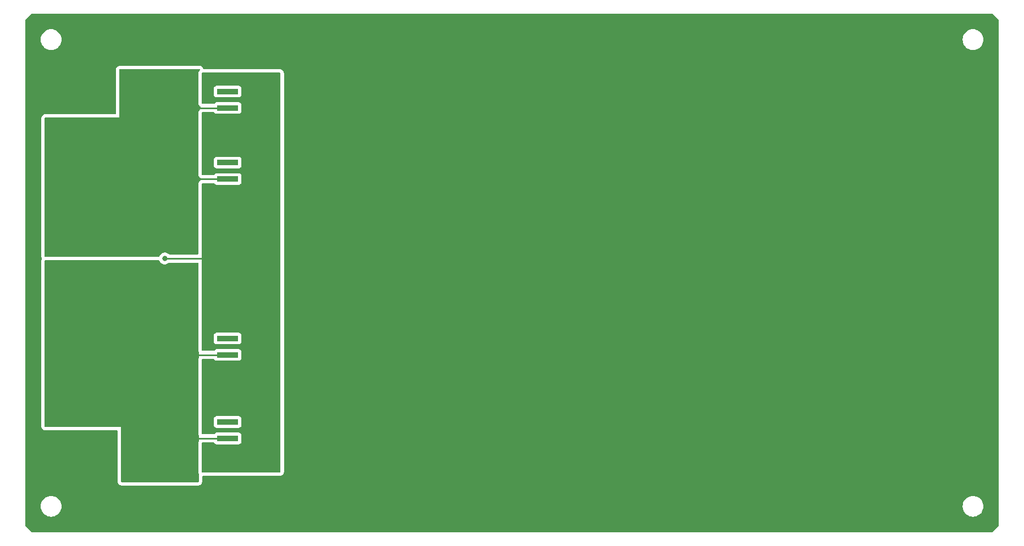
<source format=gbl>
G04 #@! TF.GenerationSoftware,KiCad,Pcbnew,7.0.1*
G04 #@! TF.CreationDate,2023-04-06T11:57:38-07:00*
G04 #@! TF.ProjectId,rps01,72707330-312e-46b6-9963-61645f706362,0*
G04 #@! TF.SameCoordinates,Original*
G04 #@! TF.FileFunction,Copper,L2,Bot*
G04 #@! TF.FilePolarity,Positive*
%FSLAX46Y46*%
G04 Gerber Fmt 4.6, Leading zero omitted, Abs format (unit mm)*
G04 Created by KiCad (PCBNEW 7.0.1) date 2023-04-06 11:57:38*
%MOMM*%
%LPD*%
G01*
G04 APERTURE LIST*
G04 Aperture macros list*
%AMRoundRect*
0 Rectangle with rounded corners*
0 $1 Rounding radius*
0 $2 $3 $4 $5 $6 $7 $8 $9 X,Y pos of 4 corners*
0 Add a 4 corners polygon primitive as box body*
4,1,4,$2,$3,$4,$5,$6,$7,$8,$9,$2,$3,0*
0 Add four circle primitives for the rounded corners*
1,1,$1+$1,$2,$3*
1,1,$1+$1,$4,$5*
1,1,$1+$1,$6,$7*
1,1,$1+$1,$8,$9*
0 Add four rect primitives between the rounded corners*
20,1,$1+$1,$2,$3,$4,$5,0*
20,1,$1+$1,$4,$5,$6,$7,0*
20,1,$1+$1,$6,$7,$8,$9,0*
20,1,$1+$1,$8,$9,$2,$3,0*%
G04 Aperture macros list end*
G04 #@! TA.AperFunction,ComponentPad*
%ADD10RoundRect,1.900000X1.900000X-1.900000X1.900000X1.900000X-1.900000X1.900000X-1.900000X-1.900000X0*%
G04 #@! TD*
G04 #@! TA.AperFunction,ComponentPad*
%ADD11C,7.600000*%
G04 #@! TD*
G04 #@! TA.AperFunction,ComponentPad*
%ADD12RoundRect,1.900000X-1.900000X1.900000X-1.900000X-1.900000X1.900000X-1.900000X1.900000X1.900000X0*%
G04 #@! TD*
G04 #@! TA.AperFunction,ComponentPad*
%ADD13RoundRect,1.900000X-1.900000X-1.900000X1.900000X-1.900000X1.900000X1.900000X-1.900000X1.900000X0*%
G04 #@! TD*
G04 #@! TA.AperFunction,SMDPad,CuDef*
%ADD14R,3.251200X0.812800*%
G04 #@! TD*
G04 #@! TA.AperFunction,SMDPad,CuDef*
%ADD15R,8.305800X7.874000*%
G04 #@! TD*
G04 #@! TA.AperFunction,ViaPad*
%ADD16C,0.800000*%
G04 #@! TD*
G04 #@! TA.AperFunction,Conductor*
%ADD17C,0.250000*%
G04 #@! TD*
G04 APERTURE END LIST*
D10*
X22750000Y-88000000D03*
D11*
X22750000Y-77000000D03*
D12*
X22750000Y-28500000D03*
D11*
X22750000Y-39500000D03*
D13*
X47840000Y-55880000D03*
D11*
X58840000Y-55880000D03*
D14*
X45172200Y-41460000D03*
X45172200Y-44000000D03*
X45172200Y-46540000D03*
D15*
X35050300Y-44000000D03*
D14*
X45172200Y-30480000D03*
X45172200Y-33020000D03*
X45172200Y-35560000D03*
D15*
X35050300Y-33020000D03*
D14*
X45172200Y-68580000D03*
X45172200Y-71120000D03*
X45172200Y-73660000D03*
D15*
X35050300Y-71120000D03*
D14*
X45172200Y-81460000D03*
X45172200Y-84000000D03*
X45172200Y-86540000D03*
D15*
X35050300Y-84000000D03*
D16*
X15500000Y-56250000D03*
X35500000Y-56250000D03*
X32750000Y-30750000D03*
X33000000Y-46000000D03*
X37750000Y-35750000D03*
X32500000Y-35250000D03*
X37750000Y-30750000D03*
X35250000Y-33000000D03*
X35000000Y-44000000D03*
X33000000Y-42250000D03*
X37250000Y-46000000D03*
X37250000Y-42250000D03*
X35250000Y-60250000D03*
X35000000Y-71250000D03*
X32250000Y-81000000D03*
X32250000Y-68500000D03*
X37750000Y-68500000D03*
X32000000Y-86500000D03*
X37750000Y-73750000D03*
X32000000Y-73750000D03*
X37500000Y-86500000D03*
X38250000Y-80750000D03*
X35000000Y-84000000D03*
X45172200Y-81460000D03*
X45172200Y-68580000D03*
X45172200Y-41460000D03*
X45172200Y-30480000D03*
D17*
X47470000Y-56250000D02*
X47840000Y-55880000D01*
X35500000Y-56250000D02*
X47470000Y-56250000D01*
X45172200Y-44000000D02*
X35050300Y-44000000D01*
X45681900Y-33020000D02*
X35560000Y-33020000D01*
X45172200Y-84000000D02*
X35050300Y-84000000D01*
X45681900Y-71120000D02*
X35560000Y-71120000D01*
G04 #@! TA.AperFunction,Conductor*
G36*
X34590707Y-56524220D02*
G01*
X34632422Y-56554528D01*
X34658203Y-56599182D01*
X34665472Y-56621556D01*
X34760957Y-56786941D01*
X34760960Y-56786944D01*
X34888747Y-56928866D01*
X34911642Y-56945500D01*
X35043248Y-57041118D01*
X35217714Y-57118795D01*
X35404511Y-57158500D01*
X35404513Y-57158500D01*
X35595487Y-57158500D01*
X35595489Y-57158500D01*
X35782285Y-57118795D01*
X35782286Y-57118794D01*
X35782288Y-57118794D01*
X35956752Y-57041118D01*
X36111253Y-56928866D01*
X36115158Y-56924528D01*
X36156873Y-56894221D01*
X36207309Y-56883500D01*
X40542500Y-56883500D01*
X40604500Y-56900113D01*
X40649887Y-56945500D01*
X40666500Y-57007500D01*
X40666500Y-68178600D01*
X40666500Y-70362500D01*
X40683997Y-70495405D01*
X40700610Y-70557405D01*
X40740561Y-70653854D01*
X40750000Y-70701307D01*
X40750000Y-71538693D01*
X40740561Y-71586146D01*
X40700611Y-71682593D01*
X40683996Y-71744598D01*
X40666500Y-71877499D01*
X40666500Y-71877500D01*
X40666500Y-81058600D01*
X40666500Y-83242500D01*
X40683997Y-83375405D01*
X40700610Y-83437405D01*
X40740561Y-83533854D01*
X40750000Y-83581307D01*
X40750000Y-84418693D01*
X40740561Y-84466146D01*
X40700611Y-84562593D01*
X40683996Y-84624598D01*
X40667339Y-84751124D01*
X40666500Y-84757500D01*
X40666500Y-89146000D01*
X40683997Y-89278905D01*
X40700610Y-89340905D01*
X40740561Y-89437354D01*
X40750000Y-89484807D01*
X40750000Y-90626000D01*
X40733387Y-90688000D01*
X40688000Y-90733387D01*
X40626000Y-90750000D01*
X28874000Y-90750000D01*
X28812000Y-90733387D01*
X28766613Y-90688000D01*
X28750000Y-90626000D01*
X28750000Y-82250000D01*
X17124000Y-82250000D01*
X17062000Y-82233387D01*
X17016613Y-82188000D01*
X17000000Y-82126000D01*
X17000000Y-56637500D01*
X17016613Y-56575500D01*
X17062000Y-56530113D01*
X17124000Y-56513500D01*
X34540272Y-56513500D01*
X34590707Y-56524220D01*
G37*
G04 #@! TD.AperFunction*
G04 #@! TA.AperFunction,Conductor*
G36*
X53278000Y-27586613D02*
G01*
X53323387Y-27632000D01*
X53340000Y-27694000D01*
X53340000Y-89146000D01*
X53323387Y-89208000D01*
X53278000Y-89253387D01*
X53216000Y-89270000D01*
X41304000Y-89270000D01*
X41242000Y-89253387D01*
X41196613Y-89208000D01*
X41180000Y-89146000D01*
X41180000Y-84757500D01*
X41196613Y-84695500D01*
X41242000Y-84650113D01*
X41304000Y-84633500D01*
X43019340Y-84633500D01*
X43074845Y-84646616D01*
X43118607Y-84683190D01*
X43183338Y-84769661D01*
X43300396Y-84857289D01*
X43437394Y-84908388D01*
X43437397Y-84908388D01*
X43437399Y-84908389D01*
X43497962Y-84914900D01*
X46846434Y-84914900D01*
X46846438Y-84914900D01*
X46907001Y-84908389D01*
X46907003Y-84908388D01*
X46907005Y-84908388D01*
X46984924Y-84879324D01*
X47044004Y-84857289D01*
X47161061Y-84769661D01*
X47248689Y-84652604D01*
X47299789Y-84515601D01*
X47306300Y-84455038D01*
X47306300Y-83544962D01*
X47299789Y-83484399D01*
X47299788Y-83484397D01*
X47299788Y-83484394D01*
X47248689Y-83347396D01*
X47161061Y-83230338D01*
X47044003Y-83142710D01*
X46907005Y-83091611D01*
X46876719Y-83088355D01*
X46846438Y-83085100D01*
X43497962Y-83085100D01*
X43471045Y-83087993D01*
X43437394Y-83091611D01*
X43300396Y-83142710D01*
X43183338Y-83230338D01*
X43118607Y-83316810D01*
X43074845Y-83353384D01*
X43019340Y-83366500D01*
X41304000Y-83366500D01*
X41242000Y-83349887D01*
X41196613Y-83304500D01*
X41180000Y-83242500D01*
X41180000Y-81915034D01*
X43038100Y-81915034D01*
X43044611Y-81975605D01*
X43095710Y-82112603D01*
X43183338Y-82229661D01*
X43300396Y-82317289D01*
X43437394Y-82368388D01*
X43437397Y-82368388D01*
X43437399Y-82368389D01*
X43497962Y-82374900D01*
X46846434Y-82374900D01*
X46846438Y-82374900D01*
X46907001Y-82368389D01*
X46907003Y-82368388D01*
X46907005Y-82368388D01*
X46984924Y-82339324D01*
X47044004Y-82317289D01*
X47161061Y-82229661D01*
X47248689Y-82112604D01*
X47299789Y-81975601D01*
X47306300Y-81915038D01*
X47306300Y-81004962D01*
X47299789Y-80944399D01*
X47299788Y-80944397D01*
X47299788Y-80944394D01*
X47248689Y-80807396D01*
X47161061Y-80690338D01*
X47044003Y-80602710D01*
X46907005Y-80551611D01*
X46876719Y-80548355D01*
X46846438Y-80545100D01*
X43497962Y-80545100D01*
X43471045Y-80547993D01*
X43437394Y-80551611D01*
X43300396Y-80602710D01*
X43183338Y-80690338D01*
X43095710Y-80807396D01*
X43044611Y-80944394D01*
X43038100Y-81004966D01*
X43038100Y-81915034D01*
X41180000Y-81915034D01*
X41180000Y-71877500D01*
X41196613Y-71815500D01*
X41242000Y-71770113D01*
X41304000Y-71753500D01*
X43019340Y-71753500D01*
X43074845Y-71766616D01*
X43118607Y-71803190D01*
X43183338Y-71889661D01*
X43300396Y-71977289D01*
X43437394Y-72028388D01*
X43437397Y-72028388D01*
X43437399Y-72028389D01*
X43497962Y-72034900D01*
X46846434Y-72034900D01*
X46846438Y-72034900D01*
X46907001Y-72028389D01*
X46907003Y-72028388D01*
X46907005Y-72028388D01*
X46984924Y-71999324D01*
X47044004Y-71977289D01*
X47161061Y-71889661D01*
X47248689Y-71772604D01*
X47299789Y-71635601D01*
X47306300Y-71575038D01*
X47306300Y-70664962D01*
X47299789Y-70604399D01*
X47299788Y-70604397D01*
X47299788Y-70604394D01*
X47248689Y-70467396D01*
X47161061Y-70350338D01*
X47044003Y-70262710D01*
X46907005Y-70211611D01*
X46876719Y-70208355D01*
X46846438Y-70205100D01*
X43497962Y-70205100D01*
X43471045Y-70207993D01*
X43437394Y-70211611D01*
X43300396Y-70262710D01*
X43183338Y-70350338D01*
X43118607Y-70436810D01*
X43074845Y-70473384D01*
X43019340Y-70486500D01*
X41304000Y-70486500D01*
X41242000Y-70469887D01*
X41196613Y-70424500D01*
X41180000Y-70362500D01*
X41180000Y-69035034D01*
X43038100Y-69035034D01*
X43044611Y-69095605D01*
X43095710Y-69232603D01*
X43183338Y-69349661D01*
X43300396Y-69437289D01*
X43437394Y-69488388D01*
X43437397Y-69488388D01*
X43437399Y-69488389D01*
X43497962Y-69494900D01*
X46846434Y-69494900D01*
X46846438Y-69494900D01*
X46907001Y-69488389D01*
X46907003Y-69488388D01*
X46907005Y-69488388D01*
X46984924Y-69459324D01*
X47044004Y-69437289D01*
X47161061Y-69349661D01*
X47248689Y-69232604D01*
X47299789Y-69095601D01*
X47306300Y-69035038D01*
X47306300Y-68124962D01*
X47299789Y-68064399D01*
X47299788Y-68064397D01*
X47299788Y-68064394D01*
X47248689Y-67927396D01*
X47161061Y-67810338D01*
X47044003Y-67722710D01*
X46907005Y-67671611D01*
X46876719Y-67668355D01*
X46846438Y-67665100D01*
X43497962Y-67665100D01*
X43471045Y-67667993D01*
X43437394Y-67671611D01*
X43300396Y-67722710D01*
X43183338Y-67810338D01*
X43095710Y-67927396D01*
X43044611Y-68064394D01*
X43038100Y-68124966D01*
X43038100Y-69035034D01*
X41180000Y-69035034D01*
X41180000Y-44757500D01*
X41196613Y-44695500D01*
X41242000Y-44650113D01*
X41304000Y-44633500D01*
X43019340Y-44633500D01*
X43074845Y-44646616D01*
X43118607Y-44683190D01*
X43183338Y-44769661D01*
X43300396Y-44857289D01*
X43437394Y-44908388D01*
X43437397Y-44908388D01*
X43437399Y-44908389D01*
X43497962Y-44914900D01*
X46846434Y-44914900D01*
X46846438Y-44914900D01*
X46907001Y-44908389D01*
X46907003Y-44908388D01*
X46907005Y-44908388D01*
X46984924Y-44879324D01*
X47044004Y-44857289D01*
X47161061Y-44769661D01*
X47248689Y-44652604D01*
X47299789Y-44515601D01*
X47306300Y-44455038D01*
X47306300Y-43544962D01*
X47299789Y-43484399D01*
X47299788Y-43484397D01*
X47299788Y-43484394D01*
X47248689Y-43347396D01*
X47161061Y-43230338D01*
X47044003Y-43142710D01*
X46907005Y-43091611D01*
X46876719Y-43088355D01*
X46846438Y-43085100D01*
X43497962Y-43085100D01*
X43471045Y-43087993D01*
X43437394Y-43091611D01*
X43300396Y-43142710D01*
X43183338Y-43230338D01*
X43118607Y-43316810D01*
X43074845Y-43353384D01*
X43019340Y-43366500D01*
X41304000Y-43366500D01*
X41242000Y-43349887D01*
X41196613Y-43304500D01*
X41180000Y-43242500D01*
X41180000Y-41915034D01*
X43038100Y-41915034D01*
X43044611Y-41975605D01*
X43095710Y-42112603D01*
X43183338Y-42229661D01*
X43300396Y-42317289D01*
X43437394Y-42368388D01*
X43437397Y-42368388D01*
X43437399Y-42368389D01*
X43497962Y-42374900D01*
X46846434Y-42374900D01*
X46846438Y-42374900D01*
X46907001Y-42368389D01*
X46907003Y-42368388D01*
X46907005Y-42368388D01*
X46984924Y-42339324D01*
X47044004Y-42317289D01*
X47161061Y-42229661D01*
X47248689Y-42112604D01*
X47299789Y-41975601D01*
X47306300Y-41915038D01*
X47306300Y-41004962D01*
X47299789Y-40944399D01*
X47299788Y-40944397D01*
X47299788Y-40944394D01*
X47248689Y-40807396D01*
X47161061Y-40690338D01*
X47044003Y-40602710D01*
X46907005Y-40551611D01*
X46876719Y-40548355D01*
X46846438Y-40545100D01*
X43497962Y-40545100D01*
X43471045Y-40547993D01*
X43437394Y-40551611D01*
X43300396Y-40602710D01*
X43183338Y-40690338D01*
X43095710Y-40807396D01*
X43044611Y-40944394D01*
X43038100Y-41004966D01*
X43038100Y-41915034D01*
X41180000Y-41915034D01*
X41180000Y-33777500D01*
X41196613Y-33715500D01*
X41242000Y-33670113D01*
X41304000Y-33653500D01*
X43019340Y-33653500D01*
X43074845Y-33666616D01*
X43118607Y-33703190D01*
X43183338Y-33789661D01*
X43300396Y-33877289D01*
X43437394Y-33928388D01*
X43437397Y-33928388D01*
X43437399Y-33928389D01*
X43497962Y-33934900D01*
X46846434Y-33934900D01*
X46846438Y-33934900D01*
X46907001Y-33928389D01*
X46907003Y-33928388D01*
X46907005Y-33928388D01*
X46984924Y-33899324D01*
X47044004Y-33877289D01*
X47161061Y-33789661D01*
X47248689Y-33672604D01*
X47299789Y-33535601D01*
X47306300Y-33475038D01*
X47306300Y-32564962D01*
X47299789Y-32504399D01*
X47299788Y-32504397D01*
X47299788Y-32504394D01*
X47248689Y-32367396D01*
X47161061Y-32250338D01*
X47044003Y-32162710D01*
X46907005Y-32111611D01*
X46876719Y-32108355D01*
X46846438Y-32105100D01*
X43497962Y-32105100D01*
X43471045Y-32107993D01*
X43437394Y-32111611D01*
X43300396Y-32162710D01*
X43183338Y-32250338D01*
X43118607Y-32336810D01*
X43074845Y-32373384D01*
X43019340Y-32386500D01*
X41304000Y-32386500D01*
X41242000Y-32369887D01*
X41196613Y-32324500D01*
X41180000Y-32262500D01*
X41180000Y-30935034D01*
X43038100Y-30935034D01*
X43044611Y-30995605D01*
X43095710Y-31132603D01*
X43183338Y-31249661D01*
X43300396Y-31337289D01*
X43437394Y-31388388D01*
X43437397Y-31388388D01*
X43437399Y-31388389D01*
X43497962Y-31394900D01*
X46846434Y-31394900D01*
X46846438Y-31394900D01*
X46907001Y-31388389D01*
X46907003Y-31388388D01*
X46907005Y-31388388D01*
X46984924Y-31359324D01*
X47044004Y-31337289D01*
X47161061Y-31249661D01*
X47248689Y-31132604D01*
X47299789Y-30995601D01*
X47306300Y-30935038D01*
X47306300Y-30024962D01*
X47299789Y-29964399D01*
X47299788Y-29964397D01*
X47299788Y-29964394D01*
X47248689Y-29827396D01*
X47161061Y-29710338D01*
X47044003Y-29622710D01*
X46907005Y-29571611D01*
X46876719Y-29568355D01*
X46846438Y-29565100D01*
X43497962Y-29565100D01*
X43471045Y-29567993D01*
X43437394Y-29571611D01*
X43300396Y-29622710D01*
X43183338Y-29710338D01*
X43095710Y-29827396D01*
X43044611Y-29964394D01*
X43038100Y-30024966D01*
X43038100Y-30935034D01*
X41180000Y-30935034D01*
X41180000Y-27694000D01*
X41196613Y-27632000D01*
X41242000Y-27586613D01*
X41304000Y-27570000D01*
X53216000Y-27570000D01*
X53278000Y-27586613D01*
G37*
G04 #@! TD.AperFunction*
G04 #@! TA.AperFunction,Conductor*
G36*
X162995883Y-18489939D02*
G01*
X163036111Y-18516819D01*
X163963181Y-19443888D01*
X163990061Y-19484116D01*
X163999500Y-19531569D01*
X163999500Y-97428431D01*
X163990061Y-97475884D01*
X163963181Y-97516112D01*
X163036111Y-98443181D01*
X162995883Y-98470061D01*
X162948430Y-98479500D01*
X15051569Y-98479500D01*
X15004116Y-98470061D01*
X14963888Y-98443181D01*
X14036819Y-97516111D01*
X14009939Y-97475883D01*
X14000500Y-97428430D01*
X14000500Y-94480000D01*
X16394551Y-94480000D01*
X16414317Y-94731149D01*
X16473126Y-94976110D01*
X16521330Y-95092485D01*
X16569534Y-95208859D01*
X16701164Y-95423659D01*
X16864776Y-95615224D01*
X17056341Y-95778836D01*
X17271141Y-95910466D01*
X17503889Y-96006873D01*
X17748852Y-96065683D01*
X18000000Y-96085449D01*
X18251148Y-96065683D01*
X18496111Y-96006873D01*
X18728859Y-95910466D01*
X18943659Y-95778836D01*
X19135224Y-95615224D01*
X19298836Y-95423659D01*
X19430466Y-95208859D01*
X19526873Y-94976111D01*
X19585683Y-94731148D01*
X19605449Y-94480000D01*
X158394551Y-94480000D01*
X158414317Y-94731149D01*
X158473126Y-94976110D01*
X158521330Y-95092485D01*
X158569534Y-95208859D01*
X158701164Y-95423659D01*
X158864776Y-95615224D01*
X159056341Y-95778836D01*
X159271141Y-95910466D01*
X159503889Y-96006873D01*
X159748852Y-96065683D01*
X160000000Y-96085449D01*
X160251148Y-96065683D01*
X160496111Y-96006873D01*
X160728859Y-95910466D01*
X160943659Y-95778836D01*
X161135224Y-95615224D01*
X161298836Y-95423659D01*
X161430466Y-95208859D01*
X161526873Y-94976111D01*
X161585683Y-94731148D01*
X161605449Y-94480000D01*
X161585683Y-94228852D01*
X161526873Y-93983889D01*
X161430466Y-93751141D01*
X161298836Y-93536341D01*
X161135224Y-93344776D01*
X160943659Y-93181164D01*
X160728859Y-93049534D01*
X160612484Y-93001330D01*
X160496110Y-92953126D01*
X160251149Y-92894317D01*
X160000000Y-92874551D01*
X159748850Y-92894317D01*
X159503889Y-92953126D01*
X159271139Y-93049535D01*
X159056342Y-93181163D01*
X158864776Y-93344776D01*
X158701163Y-93536342D01*
X158569535Y-93751139D01*
X158473126Y-93983889D01*
X158414317Y-94228850D01*
X158394551Y-94480000D01*
X19605449Y-94480000D01*
X19585683Y-94228852D01*
X19526873Y-93983889D01*
X19430466Y-93751141D01*
X19298836Y-93536341D01*
X19135224Y-93344776D01*
X18943659Y-93181164D01*
X18728859Y-93049534D01*
X18612484Y-93001330D01*
X18496110Y-92953126D01*
X18251149Y-92894317D01*
X18000000Y-92874551D01*
X17748850Y-92894317D01*
X17503889Y-92953126D01*
X17271139Y-93049535D01*
X17056342Y-93181163D01*
X16864776Y-93344776D01*
X16701163Y-93536342D01*
X16569535Y-93751139D01*
X16473126Y-93983889D01*
X16414317Y-94228850D01*
X16394551Y-94480000D01*
X14000500Y-94480000D01*
X14000500Y-82126001D01*
X16486500Y-82126001D01*
X16503996Y-82258901D01*
X16520611Y-82320909D01*
X16571908Y-82444751D01*
X16653513Y-82551099D01*
X16698900Y-82596486D01*
X16805248Y-82678091D01*
X16929090Y-82729388D01*
X16929095Y-82729390D01*
X16991095Y-82746003D01*
X17090773Y-82759125D01*
X17123999Y-82763500D01*
X17124000Y-82763500D01*
X28112500Y-82763500D01*
X28174500Y-82780113D01*
X28219887Y-82825500D01*
X28236500Y-82887500D01*
X28236500Y-90626001D01*
X28253996Y-90758901D01*
X28270611Y-90820909D01*
X28321908Y-90944751D01*
X28403513Y-91051099D01*
X28448900Y-91096486D01*
X28555248Y-91178091D01*
X28679090Y-91229388D01*
X28679095Y-91229390D01*
X28741095Y-91246003D01*
X28840773Y-91259125D01*
X28873999Y-91263500D01*
X28874000Y-91263500D01*
X40626000Y-91263500D01*
X40626001Y-91263500D01*
X40652580Y-91260000D01*
X40758905Y-91246003D01*
X40820905Y-91229390D01*
X40944751Y-91178091D01*
X41051099Y-91096486D01*
X41096486Y-91051099D01*
X41178091Y-90944751D01*
X41229390Y-90820905D01*
X41246003Y-90758905D01*
X41263500Y-90626000D01*
X41263500Y-89907500D01*
X41280113Y-89845500D01*
X41325500Y-89800113D01*
X41387500Y-89783500D01*
X53216001Y-89783500D01*
X53256501Y-89778168D01*
X53348905Y-89766003D01*
X53410905Y-89749390D01*
X53534751Y-89698091D01*
X53641099Y-89616486D01*
X53686486Y-89571099D01*
X53768091Y-89464751D01*
X53819390Y-89340905D01*
X53836003Y-89278905D01*
X53853500Y-89146000D01*
X53853500Y-27694000D01*
X53836003Y-27561095D01*
X53819390Y-27499095D01*
X53768091Y-27375249D01*
X53768091Y-27375248D01*
X53686486Y-27268900D01*
X53641099Y-27223513D01*
X53534751Y-27141908D01*
X53410909Y-27090611D01*
X53348901Y-27073996D01*
X53216001Y-27056500D01*
X53216000Y-27056500D01*
X41537921Y-27056500D01*
X41483320Y-27043832D01*
X41439876Y-27008416D01*
X41416465Y-26957488D01*
X41414759Y-26949196D01*
X41395135Y-26891391D01*
X41339545Y-26776787D01*
X41339544Y-26776786D01*
X41339544Y-26776785D01*
X41293188Y-26721785D01*
X41257457Y-26679391D01*
X41212630Y-26637953D01*
X41212626Y-26637950D01*
X41109085Y-26563753D01*
X40990458Y-26517323D01*
X40931298Y-26502300D01*
X40931295Y-26502299D01*
X40931293Y-26502299D01*
X40804897Y-26486500D01*
X28624000Y-26486500D01*
X28623999Y-26486500D01*
X28491098Y-26503996D01*
X28429090Y-26520611D01*
X28305248Y-26571908D01*
X28198900Y-26653513D01*
X28153513Y-26698900D01*
X28071908Y-26805248D01*
X28020611Y-26929090D01*
X28003996Y-26991098D01*
X27986500Y-27123999D01*
X27986500Y-33862500D01*
X27969887Y-33924500D01*
X27924500Y-33969887D01*
X27862500Y-33986500D01*
X17123999Y-33986500D01*
X16991098Y-34003996D01*
X16929090Y-34020611D01*
X16805248Y-34071908D01*
X16698900Y-34153513D01*
X16653513Y-34198900D01*
X16571908Y-34305248D01*
X16520611Y-34429090D01*
X16503996Y-34491098D01*
X16486500Y-34623999D01*
X16486500Y-55876001D01*
X16503996Y-56008901D01*
X16520611Y-56070910D01*
X16577933Y-56209298D01*
X16587372Y-56256750D01*
X16577933Y-56304202D01*
X16520611Y-56442589D01*
X16503996Y-56504598D01*
X16486500Y-56637499D01*
X16486500Y-82126001D01*
X14000500Y-82126001D01*
X14000500Y-22480000D01*
X16394551Y-22480000D01*
X16414317Y-22731149D01*
X16473126Y-22976110D01*
X16521330Y-23092484D01*
X16569534Y-23208859D01*
X16701164Y-23423659D01*
X16864776Y-23615224D01*
X17056341Y-23778836D01*
X17271141Y-23910466D01*
X17503889Y-24006873D01*
X17748852Y-24065683D01*
X18000000Y-24085449D01*
X18251148Y-24065683D01*
X18496111Y-24006873D01*
X18728859Y-23910466D01*
X18943659Y-23778836D01*
X19135224Y-23615224D01*
X19298836Y-23423659D01*
X19430466Y-23208859D01*
X19526873Y-22976111D01*
X19585683Y-22731148D01*
X19605449Y-22480000D01*
X158394551Y-22480000D01*
X158414317Y-22731149D01*
X158473126Y-22976110D01*
X158521330Y-23092484D01*
X158569534Y-23208859D01*
X158701164Y-23423659D01*
X158864776Y-23615224D01*
X159056341Y-23778836D01*
X159271141Y-23910466D01*
X159503889Y-24006873D01*
X159748852Y-24065683D01*
X160000000Y-24085449D01*
X160251148Y-24065683D01*
X160496111Y-24006873D01*
X160728859Y-23910466D01*
X160943659Y-23778836D01*
X161135224Y-23615224D01*
X161298836Y-23423659D01*
X161430466Y-23208859D01*
X161526873Y-22976111D01*
X161585683Y-22731148D01*
X161605449Y-22480000D01*
X161585683Y-22228852D01*
X161526873Y-21983889D01*
X161430466Y-21751141D01*
X161298836Y-21536341D01*
X161135224Y-21344776D01*
X160943659Y-21181164D01*
X160728859Y-21049534D01*
X160612485Y-21001330D01*
X160496110Y-20953126D01*
X160251149Y-20894317D01*
X160075588Y-20880500D01*
X160000000Y-20874551D01*
X159999999Y-20874551D01*
X159748850Y-20894317D01*
X159503889Y-20953126D01*
X159271139Y-21049535D01*
X159056342Y-21181163D01*
X158864776Y-21344776D01*
X158701163Y-21536342D01*
X158569535Y-21751139D01*
X158473126Y-21983889D01*
X158414317Y-22228850D01*
X158394551Y-22480000D01*
X19605449Y-22480000D01*
X19585683Y-22228852D01*
X19526873Y-21983889D01*
X19430466Y-21751141D01*
X19298836Y-21536341D01*
X19135224Y-21344776D01*
X18943659Y-21181164D01*
X18728859Y-21049534D01*
X18612485Y-21001330D01*
X18496110Y-20953126D01*
X18251149Y-20894317D01*
X18075588Y-20880500D01*
X18000000Y-20874551D01*
X17999999Y-20874551D01*
X17748850Y-20894317D01*
X17503889Y-20953126D01*
X17271139Y-21049535D01*
X17056342Y-21181163D01*
X16864776Y-21344776D01*
X16701163Y-21536342D01*
X16569535Y-21751139D01*
X16473126Y-21983889D01*
X16414317Y-22228850D01*
X16394551Y-22480000D01*
X14000500Y-22480000D01*
X14000500Y-19531570D01*
X14009939Y-19484117D01*
X14036819Y-19443889D01*
X14963888Y-18516819D01*
X15004116Y-18489939D01*
X15051569Y-18480500D01*
X162948430Y-18480500D01*
X162995883Y-18489939D01*
G37*
G04 #@! TD.AperFunction*
G04 #@! TA.AperFunction,Conductor*
G36*
X40864064Y-27015026D02*
G01*
X40908891Y-27056464D01*
X40928515Y-27114269D01*
X40918178Y-27174433D01*
X40884295Y-27217415D01*
X40884647Y-27217767D01*
X40881674Y-27220739D01*
X40880386Y-27222374D01*
X40878898Y-27223515D01*
X40833513Y-27268900D01*
X40751908Y-27375248D01*
X40700611Y-27499090D01*
X40683996Y-27561098D01*
X40666500Y-27693999D01*
X40666500Y-32262501D01*
X40683996Y-32395401D01*
X40700611Y-32457409D01*
X40751908Y-32581251D01*
X40833513Y-32687599D01*
X40878900Y-32732986D01*
X40951487Y-32788685D01*
X40987212Y-32832217D01*
X41000000Y-32887060D01*
X41000000Y-33152940D01*
X40987212Y-33207783D01*
X40951487Y-33251315D01*
X40878900Y-33307013D01*
X40833513Y-33352400D01*
X40751908Y-33458748D01*
X40700611Y-33582590D01*
X40683996Y-33644598D01*
X40666500Y-33777499D01*
X40666500Y-43242501D01*
X40683996Y-43375401D01*
X40700611Y-43437409D01*
X40751908Y-43561251D01*
X40833513Y-43667599D01*
X40878900Y-43712986D01*
X40951487Y-43768685D01*
X40987212Y-43812217D01*
X41000000Y-43867060D01*
X41000000Y-44132940D01*
X40987212Y-44187783D01*
X40951487Y-44231315D01*
X40878900Y-44287013D01*
X40833513Y-44332400D01*
X40751908Y-44438748D01*
X40700611Y-44562590D01*
X40683996Y-44624598D01*
X40666500Y-44757499D01*
X40666500Y-55492500D01*
X40649887Y-55554500D01*
X40604500Y-55599887D01*
X40542500Y-55616500D01*
X36207309Y-55616500D01*
X36156873Y-55605779D01*
X36115158Y-55575471D01*
X36111253Y-55571134D01*
X35956751Y-55458881D01*
X35782285Y-55381204D01*
X35595489Y-55341500D01*
X35595487Y-55341500D01*
X35404513Y-55341500D01*
X35404511Y-55341500D01*
X35217714Y-55381204D01*
X35043248Y-55458881D01*
X34888748Y-55571133D01*
X34760957Y-55713058D01*
X34665472Y-55878444D01*
X34653817Y-55914317D01*
X34628037Y-55958972D01*
X34586322Y-55989279D01*
X34535886Y-56000000D01*
X17124000Y-56000000D01*
X17062000Y-55983387D01*
X17016613Y-55938000D01*
X17000000Y-55876000D01*
X17000000Y-34624000D01*
X17016613Y-34562000D01*
X17062000Y-34516613D01*
X17124000Y-34500000D01*
X28500000Y-34500000D01*
X28500000Y-27124000D01*
X28516613Y-27062000D01*
X28562000Y-27016613D01*
X28624000Y-27000000D01*
X40804897Y-27000000D01*
X40864064Y-27015026D01*
G37*
G04 #@! TD.AperFunction*
M02*

</source>
